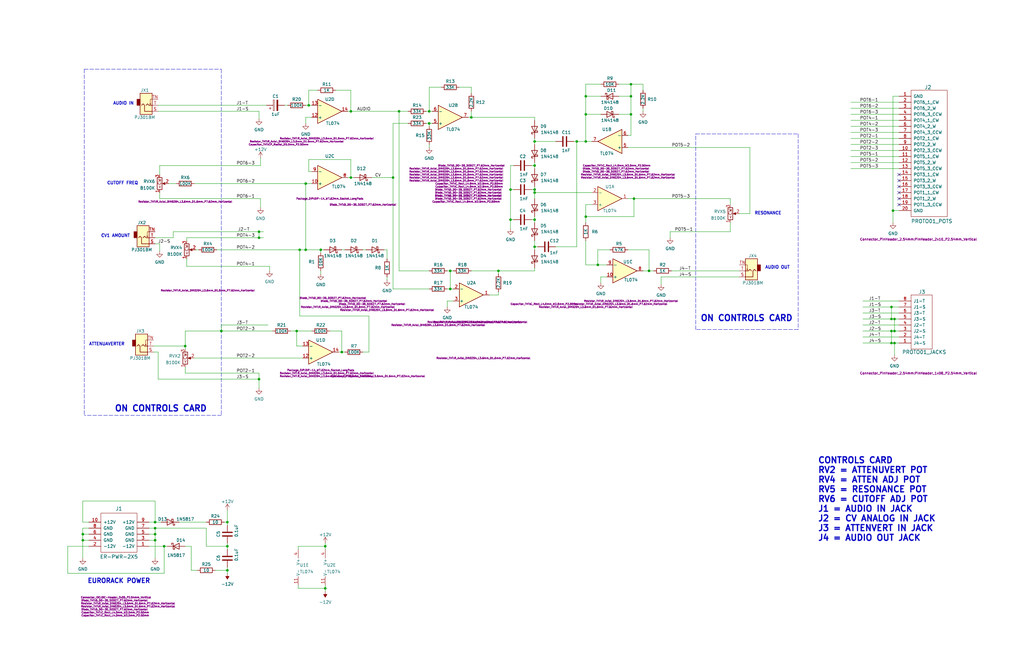
<source format=kicad_sch>
(kicad_sch (version 20211123) (generator eeschema)
  (paper "B")
  (title_block (title "VOLTAGE CONTROLLED FILTER") (date "2023-01-24") (rev "3"))
  (lib_symbols
    (symbol "Amplifier_Operational:TL074" (pin_names (offset 0.127))
      (property "Reference" "U" (at 0 5.08 0))
      (property "Value" "TL074" (at 0 -5.08 0))
      (symbol "TL074_1_1"
        (pin output line (at 7.62 0 180) (length 2.54) (name "~") (number "1"))
        (pin input line (at -7.62 -2.54 0) (length 2.54) (name "-") (number "2"))
        (pin input line (at -7.62 2.54 0) (length 2.54) (name "+") (number "3"))
      )
      (symbol "TL074_2_1"
        (pin input line (at -7.62 2.54 0) (length 2.54) (name "+") (number "5"))
        (pin input line (at -7.62 -2.54 0) (length 2.54) (name "-") (number "6"))
        (pin output line (at 7.62 0 180) (length 2.54) (name "~") (number "7"))
      )
      (symbol "TL074_3_1"
        (pin input line (at -7.62 2.54 0) (length 2.54) (name "+") (number "10"))
        (pin output line (at 7.62 0 180) (length 2.54) (name "~") (number "8"))
        (pin input line (at -7.62 -2.54 0) (length 2.54) (name "-") (number "9"))
      )
      (symbol "TL074_4_1"
        (pin input line (at -7.62 2.54 0) (length 2.54) (name "+") (number "12"))
        (pin input line (at -7.62 -2.54 0) (length 2.54) (name "-") (number "13"))
        (pin output line (at 7.62 0 180) (length 2.54) (name "~") (number "14"))
      )
      (symbol "TL074_5_1"
        (pin power_in line (at -2.54 -7.62 90) (length 3.81) (name "V-") (number "11"))
        (pin power_in line (at -2.54 7.62 270) (length 3.81) (name "V+") (number "4"))
      )
    )
    (symbol "Connector:AudioJack2_SwitchT"
      (property "Reference" "J" (at 0 8.89 0))
      (property "Value" "AudioJack2_SwitchT" (at 0 6.35 0))
      (symbol "AudioJack2_SwitchT_1_1"
        (pin passive line (at 5.08 2.54 180) (length 2.54) (name "~") (number "S"))
        (pin passive line (at 5.08 0 180) (length 2.54) (name "~") (number "T"))
        (pin passive line (at 5.08 -2.54 180) (length 2.54) (name "~") (number "TN"))
      )
    )
    (symbol "Device:C" (pin_numbers hide) (pin_names (offset 0.254))
      (property "Reference" "C" (at 0.635 2.54 0))
      (property "Value" "C" (at 0.635 -2.54 0))
      (symbol "C_1_1"
        (pin passive line (at 0 3.81 270) (length 2.794) (name "~") (number "1"))
        (pin passive line (at 0 -3.81 90) (length 2.794) (name "~") (number "2"))
      )
    )
    (symbol "Device:C_Polarized" (pin_numbers hide) (pin_names (offset 0.254))
      (property "Reference" "C" (at 0.635 2.54 0))
      (property "Value" "C_Polarized" (at 0.635 -2.54 0))
      (symbol "C_Polarized_1_1"
        (pin passive line (at 0 3.81 270) (length 2.794) (name "~") (number "1"))
        (pin passive line (at 0 -3.81 90) (length 2.794) (name "~") (number "2"))
      )
    )
    (symbol "Device:D_Schottky" (pin_numbers hide) (pin_names (offset 1.016) hide)
      (property "Reference" "D" (at 0 2.54 0))
      (property "Value" "D_Schottky" (at 0 -2.54 0))
      (symbol "D_Schottky_1_1"
        (pin passive line (at -3.81 0 0) (length 2.54) (name "K") (number "1"))
        (pin passive line (at 3.81 0 180) (length 2.54) (name "A") (number "2"))
      )
    )
    (symbol "Device:R" (pin_numbers hide) (pin_names (offset 0))
      (property "Reference" "R" (at 2.032 0 90))
      (property "Value" "R" (at 0 0 90))
      (symbol "R_1_1"
        (pin passive line (at 0 3.81 270) (length 1.27) (name "~") (number "1"))
        (pin passive line (at 0 -3.81 90) (length 1.27) (name "~") (number "2"))
      )
    )
    (symbol "LandBoards_Conns:ER-PWR-2X5" (pin_names (offset 1.016))
      (property "Reference" "J" (at 0 10.16 0))
      (property "Value" "ER-PWR-2X5" (at 1.27 -8.89 0))
      (property "Footprint" "Connector_IDC:IDC-Header_2x05_P2.54mm_Vertical" (at 0 -11.43 0))
      (symbol "ER-PWR-2X5_1_1"
        (pin power_out line (at 12.7 -5.08 180) (length 5.08) (name "-12V") (number "1"))
        (pin power_out line (at -12.7 5.08 0) (length 5.08) (name "+12V") (number "10"))
        (pin power_out line (at -12.7 -5.08 0) (length 5.08) (name "-12V") (number "2"))
        (pin power_in line (at 12.7 -2.54 180) (length 5.08) (name "GND") (number "3"))
        (pin power_out line (at -12.7 -2.54 0) (length 5.08) (name "GND") (number "4"))
        (pin power_out line (at 12.7 0 180) (length 5.08) (name "GND") (number "5"))
        (pin power_out line (at -12.7 0 0) (length 5.08) (name "GND") (number "6"))
        (pin power_out line (at 12.7 2.54 180) (length 5.08) (name "GND") (number "7"))
        (pin power_out line (at -12.7 2.54 0) (length 5.08) (name "GND") (number "8"))
        (pin power_out line (at 12.7 5.08 180) (length 5.08) (name "+12V") (number "9"))
      )
    )
    (symbol "LandBoards_Conns:PROTO01_JACKS" (pin_names (offset 1.016))
      (property "Reference" "J" (at 0 12.7 0))
      (property "Value" "PROTO01_JACKS" (at 0 -12.7 0))
      (property "Footprint" "Connector_PinHeader_2.54mm:PinHeader_1x08_P2.54mm_Vertical" (at 0 -16.51 0))
      (symbol "PROTO01_JACKS_1_1"
        (pin passive line (at 8.89 -8.89 180) (length 5.08) (name "J4-S") (number "1"))
        (pin passive line (at 8.89 -6.35 180) (length 5.08) (name "J4-T") (number "2"))
        (pin passive line (at 8.89 -3.81 180) (length 5.08) (name "J2-S") (number "3"))
        (pin passive line (at 8.89 -1.27 180) (length 5.08) (name "J2-T") (number "4"))
        (pin passive line (at 8.89 1.27 180) (length 5.08) (name "J3-S") (number "5"))
        (pin passive line (at 8.89 3.81 180) (length 5.08) (name "J3-T") (number "6"))
        (pin passive line (at 8.89 6.35 180) (length 5.08) (name "J1-S") (number "7"))
        (pin passive line (at 8.89 8.89 180) (length 5.08) (name "J1-T") (number "8"))
      )
    )
    (symbol "LandBoards_Conns:PROTO01_POTS" (pin_names (offset 1.016))
      (property "Reference" "J" (at -1.27 27.94 0))
      (property "Value" "PROTO01_POTS" (at 0 -27.94 0))
      (property "Footprint" "Connector_PinHeader_2.54mm:PinHeader_2x10_P2.54mm_Vertical" (at 0 -33.02 0))
      (symbol "PROTO01_POTS_1_1"
        (pin power_in line (at 11.43 24.13 180) (length 5.08) (name "GND") (number "1"))
        (pin passive line (at 11.43 1.27 180) (length 5.08) (name "POT2_3_CCW") (number "10"))
        (pin passive line (at 11.43 -1.27 180) (length 5.08) (name "POT5_1_CW") (number "11"))
        (pin passive line (at 11.43 -3.81 180) (length 5.08) (name "POT5_2_W") (number "12"))
        (pin passive line (at 11.43 -6.35 180) (length 5.08) (name "POT5_3_CCW") (number "13"))
        (pin passive line (at 11.43 -8.89 180) (length 5.08) (name "POT3_1_CW") (number "14"))
        (pin passive line (at 11.43 -11.43 180) (length 5.08) (name "POT3_2_W") (number "15"))
        (pin passive line (at 11.43 -13.97 180) (length 5.08) (name "POT3_3_CCW") (number "16"))
        (pin passive line (at 11.43 -16.51 180) (length 5.08) (name "POT1_1_CW") (number "17"))
        (pin passive line (at 11.43 -19.05 180) (length 5.08) (name "POT1_2_W") (number "18"))
        (pin passive line (at 11.43 -21.59 180) (length 5.08) (name "POT1_3_CCW") (number "19"))
        (pin passive line (at 11.43 21.59 180) (length 5.08) (name "POT6_1_CW") (number "2"))
        (pin power_in line (at 11.43 -24.13 180) (length 5.08) (name "GND") (number "20"))
        (pin passive line (at 11.43 19.05 180) (length 5.08) (name "POT6_2_W") (number "3"))
        (pin passive line (at 11.43 16.51 180) (length 5.08) (name "POT6_3_CCW") (number "4"))
        (pin passive line (at 11.43 13.97 180) (length 5.08) (name "POT4_1_CW") (number "5"))
        (pin passive line (at 11.43 11.43 180) (length 5.08) (name "POT4_2_W") (number "6"))
        (pin passive line (at 11.43 8.89 180) (length 5.08) (name "POT4_3_CCW") (number "7"))
        (pin passive line (at 11.43 6.35 180) (length 5.08) (name "POT2_1_CW") (number "8"))
        (pin passive line (at 11.43 3.81 180) (length 5.08) (name "POT2_2_W") (number "9"))
      )
    )
    (symbol "LandBoards_Conns:R_Pot_CW_PIN3UP" (pin_names (offset 1.016) hide)
      (property "Reference" "RV" (at -1.27 1.27 0))
      (property "Value" "R_Pot_CW_PIN3UP" (at -1.27 -1.27 0))
      (symbol "R_Pot_CW_PIN3UP_0_0"
        (text "<CW" (at 0 0 900) (effects (font (size 1.27 1.27))))
      )
      (symbol "R_Pot_CW_PIN3UP_1_1"
        (pin passive line (at 0 -3.81 90) (length 1.27) (name "1") (number "1"))
        (pin passive line (at 3.81 0 180) (length 1.27) (name "2") (number "2"))
        (pin passive line (at 0 3.81 270) (length 1.27) (name "3") (number "3"))
      )
    )
    (symbol "power:+12V" (power) (pin_names (offset 0))
      (property "Value" "+12V" (at 0 3.556 0))
      (symbol "+12V_1_1"
        (pin power_in line (at 0 0 90) (length 0) hide (name "+12V") (number "1"))
      )
    )
    (symbol "power:-12V" (power) (pin_names (offset 0))
      (property "Value" "-12V" (at 0 3.81 0))
      (symbol "-12V_0_0"
        (pin power_in line (at 0 0 90) (length 0) hide (name "-12V") (number "1"))
      )
    )
    (symbol "power:GND" (power) (pin_names (offset 0))
      (property "Value" "GND" (at 0 -3.81 0))
      (symbol "GND_1_1"
        (pin power_in line (at 0 0 270) (length 0) hide (name "GND") (number "1"))
      )
    )
  )
  (junction (at 135.255 105.41))
  (junction (at 189.865 121.92))
  (junction (at 147.955 46.99))
  (junction (at 130.175 44.45))
  (junction (at 168.275 46.99))
  (junction (at 210.185 114.3))
  (junction (at 247.015 48.26))
  (junction (at 65.405 227.965))
  (junction (at 377.19 144.78))
  (junction (at 180.975 52.07))
  (junction (at 376.555 88.9))
  (junction (at 65.405 225.425))
  (junction (at 65.405 222.885))
  (junction (at 225.425 81.28))
  (junction (at 225.425 104.14))
  (junction (at 95.885 230.505))
  (junction (at 225.425 69.85))
  (junction (at 252.095 111.76))
  (junction (at 375.92 134.62))
  (junction (at 165.735 74.93))
  (junction (at 95.885 220.345))
  (junction (at 377.19 134.62))
  (junction (at 266.065 40.64))
  (junction (at 95.885 240.665))
  (junction (at 125.095 139.7))
  (junction (at 144.145 148.59))
  (junction (at 247.015 91.44))
  (junction (at 247.015 59.69))
  (junction (at 65.405 220.345))
  (junction (at 34.925 225.425))
  (junction (at 147.955 74.93))
  (junction (at 375.92 144.78))
  (junction (at 267.335 83.82))
  (junction (at 128.905 77.47))
  (junction (at 266.065 48.26))
  (junction (at 109.22 100.33))
  (junction (at 266.065 35.56))
  (junction (at 215.265 92.71))
  (junction (at 375.92 129.54))
  (junction (at 34.925 227.965))
  (junction (at 377.19 139.7))
  (junction (at 225.425 80.01))
  (junction (at 109.22 160.02))
  (junction (at 109.22 97.79))
  (junction (at 375.92 139.7))
  (junction (at 189.865 114.3))
  (junction (at 137.16 230.505))
  (junction (at 247.015 40.64))
  (junction (at 69.215 230.505))
  (junction (at 215.265 80.01))
  (junction (at 198.755 49.53))
  (junction (at 180.975 46.99))
  (junction (at 128.905 105.41))
  (junction (at 78.105 146.05))
  (junction (at 93.345 139.7))
  (junction (at 137.16 248.285))
  (junction (at 225.425 59.69))
  (junction (at 243.205 59.69))
  (junction (at 225.425 92.71))
  (junction (at 273.685 114.3))
  (junction (at 126.365 105.41))
  (no_connect (at 379.095 78.74))
  (no_connect (at 379.095 81.28))
  (no_connect (at 379.095 86.36))
  (no_connect (at 379.095 73.66))
  (no_connect (at 379.095 76.2))
  (no_connect (at 379.095 83.82))
  (polyline (pts (xy 93.345 29.21) (xy 93.345 175.26)))
  (wire (pts (xy 65.405 225.425) (xy 65.405 227.965)))
  (wire (pts (xy 144.145 139.7) (xy 139.065 139.7)))
  (wire (pts (xy 225.425 83.82) (xy 225.425 81.28)))
  (wire (pts (xy 67.31 83.82) (xy 109.855 83.82)))
  (wire (pts (xy 180.975 52.07) (xy 180.975 53.34)))
  (wire (pts (xy 358.775 63.5) (xy 379.095 63.5)))
  (wire (pts (xy 216.535 69.85) (xy 215.265 69.85)))
  (wire (pts (xy 135.255 105.41) (xy 135.255 106.68)))
  (wire (pts (xy 168.275 46.99) (xy 172.085 46.99)))
  (wire (pts (xy 252.095 111.76) (xy 252.095 105.41)))
  (wire (pts (xy 247.015 91.44) (xy 247.015 93.98)))
  (wire (pts (xy 273.685 114.3) (xy 273.685 105.41)))
  (wire (pts (xy 65.405 102.87) (xy 67.31 102.87)))
  (wire (pts (xy 67.31 81.28) (xy 67.31 83.82)))
  (wire (pts (xy 113.665 112.395) (xy 113.665 114.3)))
  (wire (pts (xy 379.095 40.64) (xy 376.555 40.64)))
  (wire (pts (xy 363.855 129.54) (xy 375.92 129.54)))
  (wire (pts (xy 278.765 116.84) (xy 311.785 116.84)))
  (wire (pts (xy 198.755 36.83) (xy 193.675 36.83)))
  (wire (pts (xy 225.425 69.85) (xy 225.425 68.58)))
  (wire (pts (xy 377.19 144.78) (xy 379.095 144.78)))
  (wire (pts (xy 363.855 132.08) (xy 379.095 132.08)))
  (wire (pts (xy 125.095 139.7) (xy 125.095 146.05)))
  (wire (pts (xy 93.345 139.7) (xy 114.935 139.7)))
  (wire (pts (xy 247.015 59.69) (xy 249.555 59.69)))
  (wire (pts (xy 358.775 43.18) (xy 379.095 43.18)))
  (wire (pts (xy 121.285 44.45) (xy 120.015 44.45)))
  (wire (pts (xy 147.955 38.1) (xy 141.605 38.1)))
  (wire (pts (xy 78.74 100.33) (xy 78.74 101.6)))
  (wire (pts (xy 358.775 68.58) (xy 379.095 68.58)))
  (wire (pts (xy 90.805 240.665) (xy 95.885 240.665)))
  (wire (pts (xy 225.425 59.69) (xy 234.315 59.69)))
  (wire (pts (xy 376.555 88.9) (xy 376.555 93.98)))
  (wire (pts (xy 145.415 105.41) (xy 144.145 105.41)))
  (wire (pts (xy 81.915 151.13) (xy 127.635 151.13)))
  (wire (pts (xy 131.445 49.53) (xy 128.905 49.53)))
  (wire (pts (xy 147.955 46.99) (xy 147.955 38.1)))
  (wire (pts (xy 180.975 46.99) (xy 182.245 46.99)))
  (wire (pts (xy 62.865 220.345) (xy 65.405 220.345)))
  (wire (pts (xy 358.775 60.96) (xy 379.095 60.96)))
  (wire (pts (xy 130.175 72.39) (xy 131.445 72.39)))
  (wire (pts (xy 247.015 35.56) (xy 253.365 35.56)))
  (wire (pts (xy 69.215 230.505) (xy 70.485 230.505)))
  (wire (pts (xy 34.925 227.965) (xy 37.465 227.965)))
  (wire (pts (xy 109.22 160.02) (xy 109.22 157.48)))
  (wire (pts (xy 358.775 48.26) (xy 379.095 48.26)))
  (wire (pts (xy 198.755 46.99) (xy 198.755 49.53)))
  (wire (pts (xy 137.16 248.285) (xy 125.73 248.285)))
  (wire (pts (xy 273.685 114.3) (xy 275.59 114.3)))
  (wire (pts (xy 95.885 215.265) (xy 95.885 220.345)))
  (wire (pts (xy 125.095 139.7) (xy 131.445 139.7)))
  (wire (pts (xy 358.775 58.42) (xy 379.095 58.42)))
  (wire (pts (xy 67.31 69.85) (xy 109.855 69.85)))
  (wire (pts (xy 66.675 148.59) (xy 66.675 160.02)))
  (wire (pts (xy 93.345 137.16) (xy 113.03 137.16)))
  (wire (pts (xy 198.755 114.3) (xy 210.185 114.3)))
  (wire (pts (xy 358.775 55.88) (xy 379.095 55.88)))
  (wire (pts (xy 189.865 114.3) (xy 191.135 114.3)))
  (wire (pts (xy 95.885 230.505) (xy 95.885 229.235)))
  (wire (pts (xy 307.975 83.82) (xy 307.975 86.36)))
  (wire (pts (xy 358.775 66.04) (xy 379.095 66.04)))
  (wire (pts (xy 125.73 230.505) (xy 137.16 230.505)))
  (wire (pts (xy 282.575 97.79) (xy 282.575 100.33)))
  (wire (pts (xy 144.145 148.59) (xy 145.415 148.59)))
  (wire (pts (xy 137.16 249.555) (xy 137.16 248.285)))
  (wire (pts (xy 260.985 48.26) (xy 266.065 48.26)))
  (wire (pts (xy 225.425 92.71) (xy 225.425 91.44)))
  (wire (pts (xy 34.925 225.425) (xy 37.465 225.425)))
  (wire (pts (xy 78.105 154.94) (xy 78.105 157.48)))
  (wire (pts (xy 266.065 35.56) (xy 271.145 35.56)))
  (wire (pts (xy 109.22 97.79) (xy 111.125 97.79)))
  (wire (pts (xy 155.575 148.59) (xy 155.575 133.35)))
  (polyline (pts (xy 293.37 56.515) (xy 336.55 56.515)))
  (wire (pts (xy 260.985 40.64) (xy 266.065 40.64)))
  (wire (pts (xy 225.425 71.12) (xy 225.425 69.85)))
  (wire (pts (xy 358.775 53.34) (xy 379.095 53.34)))
  (wire (pts (xy 172.085 52.07) (xy 165.735 52.07)))
  (wire (pts (xy 375.92 144.78) (xy 377.19 144.78)))
  (wire (pts (xy 71.12 77.47) (xy 74.295 77.47)))
  (wire (pts (xy 78.105 146.05) (xy 78.105 147.32)))
  (wire (pts (xy 316.23 90.17) (xy 316.23 62.23)))
  (wire (pts (xy 247.015 101.6) (xy 247.015 111.76)))
  (wire (pts (xy 130.175 44.45) (xy 130.175 38.1)))
  (wire (pts (xy 179.705 46.99) (xy 180.975 46.99)))
  (wire (pts (xy 375.92 129.54) (xy 375.92 134.62)))
  (wire (pts (xy 210.185 114.3) (xy 210.185 115.57)))
  (wire (pts (xy 95.885 220.345) (xy 95.885 221.615)))
  (wire (pts (xy 266.065 35.56) (xy 260.985 35.56)))
  (wire (pts (xy 179.705 52.07) (xy 180.975 52.07)))
  (wire (pts (xy 180.975 62.23) (xy 180.975 60.96)))
  (wire (pts (xy 128.905 105.41) (xy 126.365 105.41)))
  (wire (pts (xy 65.405 211.455) (xy 65.405 220.345)))
  (wire (pts (xy 94.615 220.345) (xy 95.885 220.345)))
  (wire (pts (xy 135.255 105.41) (xy 136.525 105.41)))
  (wire (pts (xy 75.565 220.345) (xy 86.995 220.345)))
  (wire (pts (xy 247.015 86.36) (xy 247.015 91.44)))
  (wire (pts (xy 247.015 40.64) (xy 247.015 35.56)))
  (wire (pts (xy 197.485 49.53) (xy 198.755 49.53)))
  (wire (pts (xy 69.215 241.935) (xy 69.215 230.505)))
  (wire (pts (xy 215.265 80.01) (xy 215.265 92.71)))
  (wire (pts (xy 377.19 134.62) (xy 377.19 139.7)))
  (wire (pts (xy 215.265 80.01) (xy 216.535 80.01)))
  (wire (pts (xy 82.55 105.41) (xy 83.82 105.41)))
  (wire (pts (xy 146.685 46.99) (xy 147.955 46.99)))
  (wire (pts (xy 130.175 44.45) (xy 128.905 44.45)))
  (wire (pts (xy 155.575 133.35) (xy 126.365 133.35)))
  (wire (pts (xy 358.775 71.12) (xy 379.095 71.12)))
  (wire (pts (xy 86.995 230.505) (xy 95.885 230.505)))
  (wire (pts (xy 34.925 225.425) (xy 34.925 227.965)))
  (wire (pts (xy 153.035 148.59) (xy 155.575 148.59)))
  (wire (pts (xy 78.105 139.7) (xy 78.105 146.05)))
  (wire (pts (xy 311.785 90.17) (xy 316.23 90.17)))
  (wire (pts (xy 375.92 134.62) (xy 377.19 134.62)))
  (wire (pts (xy 363.855 144.78) (xy 375.92 144.78)))
  (wire (pts (xy 28.575 230.505) (xy 28.575 241.935)))
  (wire (pts (xy 267.335 83.82) (xy 307.975 83.82)))
  (wire (pts (xy 65.405 222.885) (xy 86.995 222.885)))
  (wire (pts (xy 137.16 229.235) (xy 137.16 230.505)))
  (wire (pts (xy 109.22 160.02) (xy 66.675 160.02)))
  (wire (pts (xy 65.405 220.345) (xy 67.945 220.345)))
  (wire (pts (xy 78.105 230.505) (xy 80.645 230.505)))
  (wire (pts (xy 266.065 48.26) (xy 266.065 57.15)))
  (wire (pts (xy 264.795 62.23) (xy 316.23 62.23)))
  (wire (pts (xy 78.74 100.33) (xy 109.22 100.33)))
  (wire (pts (xy 95.885 240.665) (xy 95.885 241.935)))
  (wire (pts (xy 168.275 114.3) (xy 180.975 114.3)))
  (wire (pts (xy 224.155 80.01) (xy 225.425 80.01)))
  (wire (pts (xy 62.865 225.425) (xy 65.405 225.425)))
  (wire (pts (xy 225.425 60.96) (xy 225.425 59.69)))
  (wire (pts (xy 267.335 91.44) (xy 267.335 83.82)))
  (wire (pts (xy 377.19 144.78) (xy 377.19 149.86)))
  (wire (pts (xy 86.995 222.885) (xy 86.995 230.505)))
  (wire (pts (xy 225.425 101.6) (xy 225.425 104.14)))
  (wire (pts (xy 130.175 67.31) (xy 147.955 67.31)))
  (wire (pts (xy 247.015 111.76) (xy 252.095 111.76)))
  (wire (pts (xy 144.145 148.59) (xy 144.145 139.7)))
  (wire (pts (xy 363.855 142.24) (xy 379.095 142.24)))
  (wire (pts (xy 156.845 74.93) (xy 165.735 74.93)))
  (polyline (pts (xy 35.56 29.21) (xy 93.345 29.21)))
  (wire (pts (xy 147.955 67.31) (xy 147.955 74.93)))
  (wire (pts (xy 142.875 148.59) (xy 144.145 148.59)))
  (wire (pts (xy 224.155 92.71) (xy 225.425 92.71)))
  (wire (pts (xy 37.465 222.885) (xy 34.925 222.885)))
  (wire (pts (xy 283.21 114.3) (xy 311.785 114.3)))
  (wire (pts (xy 247.015 59.69) (xy 247.015 48.26)))
  (wire (pts (xy 65.405 227.965) (xy 65.405 235.585)))
  (wire (pts (xy 146.685 74.93) (xy 147.955 74.93)))
  (wire (pts (xy 266.065 40.64) (xy 266.065 35.56)))
  (wire (pts (xy 168.275 46.99) (xy 168.275 114.3)))
  (wire (pts (xy 225.425 93.98) (xy 225.425 92.71)))
  (wire (pts (xy 189.865 121.92) (xy 191.135 121.92)))
  (wire (pts (xy 80.645 230.505) (xy 80.645 240.665)))
  (wire (pts (xy 137.16 248.285) (xy 137.16 247.015)))
  (wire (pts (xy 215.265 92.71) (xy 216.535 92.71)))
  (wire (pts (xy 375.92 129.54) (xy 379.095 129.54)))
  (wire (pts (xy 78.74 112.395) (xy 113.665 112.395)))
  (wire (pts (xy 266.065 57.15) (xy 264.795 57.15)))
  (wire (pts (xy 247.015 48.26) (xy 253.365 48.26)))
  (wire (pts (xy 188.595 121.92) (xy 189.865 121.92)))
  (wire (pts (xy 125.73 248.285) (xy 125.73 247.015)))
  (wire (pts (xy 363.855 139.7) (xy 375.92 139.7)))
  (wire (pts (xy 64.77 146.05) (xy 78.105 146.05)))
  (wire (pts (xy 376.555 88.9) (xy 379.095 88.9)))
  (wire (pts (xy 28.575 241.935) (xy 69.215 241.935)))
  (wire (pts (xy 163.195 118.11) (xy 163.195 116.84)))
  (wire (pts (xy 188.595 127) (xy 188.595 129.54)))
  (wire (pts (xy 95.885 239.395) (xy 95.885 240.665)))
  (wire (pts (xy 225.425 81.28) (xy 225.425 80.01)))
  (polyline (pts (xy 35.56 29.21) (xy 35.56 175.26)))
  (wire (pts (xy 128.905 49.53) (xy 128.905 52.07)))
  (wire (pts (xy 247.015 91.44) (xy 267.335 91.44)))
  (polyline (pts (xy 336.55 56.515) (xy 336.55 139.065)))
  (wire (pts (xy 225.425 80.01) (xy 225.425 78.74)))
  (wire (pts (xy 225.425 104.14) (xy 226.695 104.14)))
  (wire (pts (xy 130.175 38.1) (xy 133.985 38.1)))
  (wire (pts (xy 34.925 211.455) (xy 34.925 220.345)))
  (wire (pts (xy 225.425 81.28) (xy 249.555 81.28)))
  (wire (pts (xy 198.755 36.83) (xy 198.755 39.37)))
  (wire (pts (xy 62.865 222.885) (xy 65.405 222.885)))
  (wire (pts (xy 67.31 69.85) (xy 67.31 73.66)))
  (wire (pts (xy 131.445 44.45) (xy 130.175 44.45)))
  (wire (pts (xy 109.22 100.33) (xy 111.125 100.33)))
  (wire (pts (xy 34.925 222.885) (xy 34.925 225.425)))
  (wire (pts (xy 78.105 157.48) (xy 109.22 157.48)))
  (polyline (pts (xy 293.37 139.065) (xy 293.37 56.515)))
  (wire (pts (xy 363.855 134.62) (xy 375.92 134.62)))
  (polyline (pts (xy 336.55 139.065) (xy 293.37 139.065)))
  (wire (pts (xy 253.365 116.84) (xy 255.905 116.84)))
  (wire (pts (xy 375.92 139.7) (xy 377.19 139.7)))
  (wire (pts (xy 271.145 45.72) (xy 271.145 46.99)))
  (wire (pts (xy 271.145 35.56) (xy 271.145 38.1)))
  (wire (pts (xy 241.935 59.69) (xy 243.205 59.69)))
  (wire (pts (xy 252.095 111.76) (xy 255.905 111.76)))
  (wire (pts (xy 147.955 46.99) (xy 168.275 46.99)))
  (wire (pts (xy 78.74 109.22) (xy 78.74 112.395)))
  (wire (pts (xy 247.015 40.64) (xy 253.365 40.64)))
  (wire (pts (xy 252.095 105.41) (xy 257.175 105.41)))
  (wire (pts (xy 377.19 139.7) (xy 379.095 139.7)))
  (wire (pts (xy 224.155 69.85) (xy 225.425 69.85)))
  (wire (pts (xy 206.375 124.46) (xy 210.185 124.46)))
  (wire (pts (xy 247.015 48.26) (xy 247.015 40.64)))
  (wire (pts (xy 109.22 46.99) (xy 109.22 50.165)))
  (wire (pts (xy 109.855 83.82) (xy 109.855 87.63)))
  (wire (pts (xy 73.025 97.79) (xy 109.22 97.79)))
  (wire (pts (xy 225.425 104.14) (xy 225.425 105.41)))
  (wire (pts (xy 161.925 105.41) (xy 163.195 105.41)))
  (wire (pts (xy 125.73 231.775) (xy 125.73 230.505)))
  (wire (pts (xy 267.335 83.82) (xy 264.795 83.82)))
  (wire (pts (xy 307.975 97.79) (xy 282.575 97.79)))
  (wire (pts (xy 253.365 119.38) (xy 253.365 116.84)))
  (wire (pts (xy 180.975 52.07) (xy 182.245 52.07)))
  (wire (pts (xy 271.145 114.3) (xy 273.685 114.3)))
  (wire (pts (xy 376.555 40.64) (xy 376.555 88.9)))
  (wire (pts (xy 62.865 227.965) (xy 65.405 227.965)))
  (wire (pts (xy 62.865 230.505) (xy 69.215 230.505)))
  (wire (pts (xy 165.735 121.92) (xy 180.975 121.92)))
  (wire (pts (xy 180.975 36.83) (xy 186.055 36.83)))
  (wire (pts (xy 126.365 133.35) (xy 126.365 105.41)))
  (wire (pts (xy 109.22 97.79) (xy 109.22 100.33)))
  (wire (pts (xy 147.955 74.93) (xy 149.225 74.93)))
  (wire (pts (xy 73.025 100.33) (xy 65.405 100.33)))
  (wire (pts (xy 191.135 127) (xy 188.595 127)))
  (wire (pts (xy 210.185 124.46) (xy 210.185 123.19)))
  (wire (pts (xy 66.675 44.45) (xy 112.395 44.45)))
  (wire (pts (xy 122.555 139.7) (xy 125.095 139.7)))
  (wire (pts (xy 66.675 46.99) (xy 109.22 46.99)))
  (wire (pts (xy 34.925 211.455) (xy 65.405 211.455)))
  (wire (pts (xy 215.265 69.85) (xy 215.265 80.01)))
  (wire (pts (xy 375.92 139.7) (xy 375.92 144.78)))
  (wire (pts (xy 278.765 116.84) (xy 278.765 120.015)))
  (wire (pts (xy 165.735 52.07) (xy 165.735 74.93)))
  (wire (pts (xy 125.095 146.05) (xy 127.635 146.05)))
  (wire (pts (xy 225.425 49.53) (xy 225.425 50.8)))
  (wire (pts (xy 64.77 148.59) (xy 66.675 148.59)))
  (wire (pts (xy 28.575 230.505) (xy 37.465 230.505)))
  (wire (pts (xy 165.735 74.93) (xy 165.735 121.92)))
  (wire (pts (xy 188.595 114.3) (xy 189.865 114.3)))
  (wire (pts (xy 273.685 105.41) (xy 264.795 105.41)))
  (wire (pts (xy 180.975 46.99) (xy 180.975 36.83)))
  (wire (pts (xy 128.905 77.47) (xy 131.445 77.47)))
  (wire (pts (xy 189.865 114.3) (xy 189.865 121.92)))
  (wire (pts (xy 126.365 105.41) (xy 91.44 105.41)))
  (wire (pts (xy 109.22 163.83) (xy 109.22 160.02)))
  (polyline (pts (xy 93.345 175.26) (xy 35.56 175.26)))
  (wire (pts (xy 128.905 77.47) (xy 128.905 105.41)))
  (wire (pts (xy 73.025 97.79) (xy 73.025 100.33)))
  (wire (pts (xy 34.925 227.965) (xy 34.925 235.585)))
  (wire (pts (xy 78.105 139.7) (xy 93.345 139.7)))
  (wire (pts (xy 65.405 222.885) (xy 65.405 225.425)))
  (wire (pts (xy 363.855 127) (xy 379.095 127)))
  (wire (pts (xy 307.975 93.98) (xy 307.975 97.79)))
  (wire (pts (xy 363.855 137.16) (xy 379.095 137.16)))
  (wire (pts (xy 81.915 77.47) (xy 128.905 77.47)))
  (wire (pts (xy 210.185 114.3) (xy 225.425 114.3)))
  (wire (pts (xy 243.205 59.69) (xy 243.205 104.14)))
  (wire (pts (xy 249.555 86.36) (xy 247.015 86.36)))
  (wire (pts (xy 215.265 92.71) (xy 215.265 96.52)))
  (wire (pts (xy 154.305 105.41) (xy 153.035 105.41)))
  (wire (pts (xy 377.19 134.62) (xy 379.095 134.62)))
  (wire (pts (xy 109.855 66.675) (xy 109.855 69.85)))
  (wire (pts (xy 95.885 230.505) (xy 95.885 231.775)))
  (wire (pts (xy 266.065 48.26) (xy 266.065 40.64)))
  (wire (pts (xy 80.645 240.665) (xy 83.185 240.665)))
  (wire (pts (xy 128.905 105.41) (xy 135.255 105.41)))
  (wire (pts (xy 163.195 105.41) (xy 163.195 109.22)))
  (wire (pts (xy 93.345 139.7) (xy 93.345 137.16)))
  (wire (pts (xy 243.205 59.69) (xy 247.015 59.69)))
  (wire (pts (xy 135.255 115.57) (xy 135.255 114.3)))
  (wire (pts (xy 225.425 59.69) (xy 225.425 58.42)))
  (wire (pts (xy 137.16 230.505) (xy 137.16 231.775)))
  (wire (pts (xy 358.775 45.72) (xy 379.095 45.72)))
  (wire (pts (xy 130.175 72.39) (xy 130.175 67.31)))
  (wire (pts (xy 37.465 220.345) (xy 34.925 220.345)))
  (wire (pts (xy 67.31 102.87) (xy 67.31 106.045)))
  (wire (pts (xy 243.205 104.14) (xy 234.315 104.14)))
  (wire (pts (xy 225.425 114.3) (xy 225.425 113.03)))
  (wire (pts (xy 198.755 49.53) (xy 225.425 49.53)))
  (wire (pts (xy 358.775 50.8) (xy 379.095 50.8)))
  (text "AUDIO OUT" (at 322.58 113.665 0) (effects (font (size 1.27 1.27) (thickness 0.254) bold) (justify left bottom)))
  (text "ON CONTROLS CARD" (at 295.275 135.89 0) (effects (font (size 2.54 2.54) (thickness 0.508) bold) (justify left bottom)))
  (text "RESONANCE" (at 318.135 90.805 0) (effects (font (size 1.27 1.27) (thickness 0.254) bold) (justify left bottom)))
  (text "ATTENUAVERTER" (at 37.465 146.05 0) (effects (font (size 1.27 1.27) (thickness 0.254) bold) (justify left bottom)))
  (text "CUTOFF FREQ" (at 45.085 78.105 0) (effects (font (size 1.27 1.27) (thickness 0.254) bold) (justify left bottom)))
  (text "AUDIO IN" (at 47.625 44.45 0) (effects (font (size 1.27 1.27) (thickness 0.254) bold) (justify left bottom)))
  (text "CV1 AMOUNT" (at 42.545 100.33 0) (effects (font (size 1.27 1.27) (thickness 0.254) bold) (justify left bottom)))
  (text "ON CONTROLS CARD" (at 48.26 173.99 0) (effects (font (size 2.54 2.54) (thickness 0.508) bold) (justify left bottom)))
  (text "EURORACK POWER" (at 36.83 246.38 0) (effects (font (size 1.905 1.905) (thickness 0.381) bold) (justify left bottom)))
  (text "CONTROLS CARD\nRV2 = ATTENUVERT POT\nRV4 = ATTEN ADJ POT\nRV5 = RESONANCE POT\nRV6 = CUTOFF ADJ POT\nJ1 = AUDIO IN JACK\nJ2 = CV ANALOG IN JACK\nJ3 = ATTENVERT IN JACK\nJ4 = AUDIO OUT JACK" (at 344.805 228.6 0) (effects (font (size 2.54 2.54) (thickness 0.508) bold) (justify left bottom)))
  (label "POT6-2" (at 99.695 77.47 0))
  (label "J4-T" (at 286.385 114.3 0))
  (label "POT4-3" (at 362.585 55.88 0))
  (label "POT2-2" (at 362.585 60.96 0))
  (label "J4-S" (at 366.395 144.78 0))
  (label "POT6-3" (at 362.585 48.26 0))
  (label "POT4-2" (at 99.695 105.41 0))
  (label "POT6-2" (at 362.585 45.72 0))
  (label "POT4-3" (at 99.695 100.33 0))
  (label "POT5-2" (at 283.21 62.23 0))
  (label "J1-S" (at 99.695 46.99 0))
  (label "AUDIO" (at 150.495 46.99 0))
  (label "J2-T" (at 100.33 97.79 0))
  (label "POT4-2" (at 362.585 53.34 0))
  (label "J2-T" (at 366.395 137.16 0))
  (label "POT5-2" (at 362.585 68.58 0))
  (label "J1-T" (at 366.395 127 0))
  (label "J3-S" (at 99.695 160.02 0))
  (label "J3-T" (at 99.695 137.16 0))
  (label "POT2-1" (at 362.585 58.42 0))
  (label "POT2-3" (at 362.585 63.5 0))
  (label "POT2-3" (at 99.695 139.7 0))
  (label "J3-S" (at 366.395 134.62 0))
  (label "CV" (at 158.115 74.93 0))
  (label "POT4-1" (at 99.695 112.395 0))
  (label "POT6-1" (at 362.585 43.18 0))
  (label "J4-S" (at 286.385 116.84 0))
  (label "J1-T" (at 99.695 44.45 0))
  (label "J2-S" (at 66.675 102.87 0))
  (label "J4-T" (at 366.395 142.24 0))
  (label "POT5-3" (at 283.21 83.82 0))
  (label "POT2-1" (at 99.695 157.48 0))
  (label "POT4-1" (at 362.585 50.8 0))
  (label "POT5-3" (at 362.585 71.12 0))
  (label "J2-S" (at 366.395 139.7 0))
  (label "POT6-1" (at 99.695 83.82 0))
  (label "POT5-1" (at 284.48 97.79 0))
  (label "POT6-3" (at 99.695 69.85 0))
  (label "POT5-1" (at 362.585 66.04 0))
  (label "J3-T" (at 366.395 132.08 0))
  (label "POT2-2" (at 99.695 151.13 0))
  (label "J1-S" (at 366.395 129.54 0))
  (symbol (lib_id "Device:D_Schottky") (at 74.295 230.505 0) (unit 1)
    (property "Reference" "D14" (at 74.295 227.965 0) (effects (justify left)))
    (property "Value" "1N5817" (at 70.485 234.315 0) (effects (justify left)))
    (property "Footprint" "Diode_THT:D_DO-35_SOD27_P7.62mm_Horizontal" (at 48.26 253.365 0) (effects (font (size 0.762 0.762))))
  )
  (symbol (lib_id "Device:R") (at 125.095 44.45 90) (unit 1)
    (property "Reference" "R20" (at 125.095 41.91 90))
    (property "Value" "100K" (at 125.095 44.45 90))
    (property "Footprint" "Resistor_THT:R_Axial_DIN0204_L3.6mm_D1.6mm_P7.62mm_Horizontal" (at 125.095 59.69 90) (effects (font (size 0.762 0.762))))
  )
  (symbol (lib_id "power:+12V") (at 109.855 66.675 0) (unit 1)
    (property "Reference" "#PWR0110" (effects hide))
    (property "Value" "+12V" (at 109.855 63.0705 0))
  )
  (symbol (lib_id "Device:D_Schottky") (at 153.035 74.93 180) (unit 1)
    (property "Reference" "D12" (at 154.305 71.12 0) (effects (justify left)))
    (property "Value" "1N4148" (at 156.845 77.47 0) (effects (justify left)))
    (property "Footprint" "Diode_THT:D_DO-35_SOD27_P7.62mm_Horizontal" (at 153.035 86.36 0) (effects (font (size 0.762 0.762))))
  )
  (symbol (lib_id "Device:R") (at 78.105 77.47 90) (unit 1) (on_board no)
    (property "Reference" "RX6" (at 78.105 74.93 90))
    (property "Value" "100K" (at 78.105 77.47 90))
    (property "Footprint" "Resistor_THT:R_Axial_DIN0204_L3.6mm_D1.6mm_P7.62mm_Horizontal" (at 78.105 85.09 90) (effects (font (size 0.762 0.762))))
  )
  (symbol (lib_id "Device:R") (at 118.745 139.7 90) (unit 1)
    (property "Reference" "R21" (at 118.745 137.16 90))
    (property "Value" "100K" (at 118.745 139.7 90))
    (property "Footprint" "Resistor_THT:R_Axial_DIN0204_L3.6mm_D1.6mm_P7.62mm_Horizontal" (at 137.795 158.75 90) (effects (font (size 0.762 0.762))))
  )
  (symbol (lib_id "Device:D_Schottky") (at 257.175 48.26 180) (unit 1)
    (property "Reference" "D10" (at 258.445 45.72 0) (effects (justify left)))
    (property "Value" "1N4148" (at 260.985 50.8 0) (effects (justify left)))
    (property "Footprint" "Diode_THT:D_DO-35_SOD27_P7.62mm_Horizontal" (at 259.715 71.12 0) (effects (font (size 0.762 0.762))))
  )
  (symbol (lib_id "Device:R") (at 210.185 119.38 180) (unit 1)
    (property "Reference" "R19" (at 213.995 119.38 0))
    (property "Value" "2.2K" (at 210.185 119.38 90))
    (property "Footprint" "Resistor_THT:R_Axial_DIN0204_L3.6mm_D1.6mm_P7.62mm_Horizontal" (at 203.835 151.13 0) (effects (font (size 0.762 0.762))))
  )
  (symbol (lib_id "Device:D_Schottky") (at 225.425 74.93 90) (unit 1)
    (property "Reference" "D7" (at 230.505 73.66 90) (effects (justify left)))
    (property "Value" "1N4148" (at 235.585 76.2 90) (effects (justify left)))
    (property "Footprint" "Diode_THT:D_DO-35_SOD27_P7.62mm_Horizontal" (at 197.485 81.28 90) (effects (font (size 0.762 0.762))))
  )
  (symbol (lib_id "Device:R") (at 247.015 97.79 180) (unit 1)
    (property "Reference" "R6" (at 250.825 97.79 0))
    (property "Value" "1K" (at 247.015 97.79 90))
    (property "Footprint" "Resistor_THT:R_Axial_DIN0204_L3.6mm_D1.6mm_P7.62mm_Horizontal" (at 247.015 129.54 0) (effects (font (size 0.762 0.762))))
  )
  (symbol (lib_id "LandBoards_Conns:R_Pot_CW_PIN3UP") (at 67.31 77.47 0) (unit 1) (in_bom no) (on_board no)
    (property "Reference" "RVX6" (at 65.4145 76.5615 0) (effects (justify right)))
    (property "Value" "B100K" (at 65.4145 79.3366 0) (effects (justify right)))
  )
  (symbol (lib_id "Device:C") (at 230.505 104.14 270) (unit 1)
    (property "Reference" "C12" (at 231.775 101.6 90) (effects (justify left)))
    (property "Value" "1nF" (at 231.775 106.68 90) (effects (justify left)))
    (property "Footprint" "Capacitor_THT:C_Rect_L4.0mm_W2.5mm_P2.50mm" (at 215.265 128.27 90) (effects (font (size 0.762 0.762)) (justify left)))
  )
  (symbol (lib_id "Device:C") (at 220.345 69.85 270) (unit 1)
    (property "Reference" "C2" (at 219.075 66.04 90) (effects (justify left)))
    (property "Value" "1nF" (at 219.075 73.66 90) (effects (justify left)))
    (property "Footprint" "Capacitor_THT:C_Rect_L4.0mm_W2.5mm_P2.50mm" (at 183.515 78.74 90) (effects (font (size 0.762 0.762)) (justify left)))
  )
  (symbol (lib_id "Device:D_Schottky") (at 140.335 105.41 180) (unit 1)
    (property "Reference" "D3" (at 141.605 101.6 0) (effects (justify left)))
    (property "Value" "1N4148" (at 144.145 107.95 0) (effects (justify left)))
    (property "Footprint" "Diode_THT:D_DO-35_SOD27_P7.62mm_Horizontal" (at 140.335 125.73 0) (effects (font (size 0.762 0.762))))
  )
  (symbol (lib_id "power:GND") (at 65.405 235.585 0) (unit 1)
    (property "Reference" "#PWR0108" (effects hide))
    (property "Value" "GND" (at 65.405 240.1475 0))
  )
  (symbol (lib_id "power:+12V") (at 137.16 229.235 0) (unit 1)
    (property "Reference" "#PWR0118" (effects hide))
    (property "Value" "+12V" (at 137.16 225.6305 0))
  )
  (symbol (lib_id "Device:R") (at 260.985 105.41 90) (unit 1)
    (property "Reference" "R5" (at 260.985 102.87 90))
    (property "Value" "47K" (at 260.985 105.41 90))
    (property "Footprint" "Resistor_THT:R_Axial_DIN0204_L3.6mm_D1.6mm_P7.62mm_Horizontal" (at 266.065 127 90) (effects (font (size 0.762 0.762))))
  )
  (symbol (lib_id "Amplifier_Operational:TL074") (at 189.865 49.53 0) (mirror x) (unit 2)
    (property "Reference" "U2" (at 191.135 44.45 0))
    (property "Value" "TL074" (at 191.135 54.61 0))
    (property "Datasheet" "http://www.ti.com/lit/ds/symlink/tl071.pdf" (effects hide))
  )
  (symbol (lib_id "power:+12V") (at 95.885 215.265 0) (unit 1)
    (property "Reference" "#PWR0115" (effects hide))
    (property "Value" "+12V" (at 95.885 211.6605 0))
  )
  (symbol (lib_id "Device:R") (at 163.195 113.03 180) (unit 1)
    (property "Reference" "R8" (at 159.385 113.03 0))
    (property "Value" "1K" (at 163.195 113.03 90))
    (property "Footprint" "Resistor_THT:R_Axial_DIN0204_L3.6mm_D1.6mm_P7.62mm_Horizontal" (at 163.195 130.81 0) (effects (font (size 0.762 0.762))))
  )
  (symbol (lib_id "Device:R") (at 175.895 46.99 90) (unit 1)
    (property "Reference" "R14" (at 175.895 44.45 90))
    (property "Value" "33K" (at 175.895 46.99 90))
    (property "Footprint" "Resistor_THT:R_Axial_DIN0204_L3.6mm_D1.6mm_P7.62mm_Horizontal" (at 192.405 71.12 90) (effects (font (size 0.762 0.762))))
  )
  (symbol (lib_id "Device:D_Schottky") (at 225.425 54.61 90) (unit 1)
    (property "Reference" "D9" (at 230.505 53.34 90) (effects (justify left)))
    (property "Value" "1N4148" (at 235.585 55.88 90) (effects (justify left)))
    (property "Footprint" "Diode_THT:D_DO-35_SOD27_P7.62mm_Horizontal" (at 198.755 69.85 90) (effects (font (size 0.762 0.762))))
  )
  (symbol (lib_id "Device:R") (at 279.4 114.3 270) (unit 1)
    (property "Reference" "R2" (at 279.4 111.76 90))
    (property "Value" "1K" (at 279.4 114.3 90))
    (property "Footprint" "Resistor_THT:R_Axial_DIN0204_L3.6mm_D1.6mm_P7.62mm_Horizontal" (at 261.62 128.27 90) (effects (font (size 0.762 0.762))))
  )
  (symbol (lib_id "Connector:AudioJack2_SwitchT") (at 316.865 114.3 180) (unit 1) (in_bom no) (on_board no)
    (property "Reference" "JX4" (at 315.595 107.95 0) (effects (justify right)))
    (property "Value" "PJ301BM" (at 313.055 119.38 0) (effects (justify right)))
  )
  (symbol (lib_id "Amplifier_Operational:TL074") (at 198.755 124.46 0) (mirror x) (unit 1)
    (property "Reference" "U2" (at 198.755 119.38 0))
    (property "Value" "TL074" (at 198.755 129.54 0))
    (property "Datasheet" "http://www.ti.com/lit/ds/symlink/tl071.pdf" (effects hide))
  )
  (symbol (lib_id "Amplifier_Operational:TL074") (at 257.175 83.82 0) (mirror x) (unit 1)
    (property "Reference" "U1" (at 257.175 78.74 0))
    (property "Value" "TL074" (at 257.175 88.9 0))
    (property "Footprint" "Package_DIP:DIP-14_W7.62mm_Socket_LongPads" (effects hide))
    (property "Datasheet" "http://www.ti.com/lit/ds/symlink/tl071.pdf" (effects hide))
  )
  (symbol (lib_id "power:GND") (at 109.22 50.165 0) (unit 1)
    (property "Reference" "#PWR0105" (effects hide))
    (property "Value" "GND" (at 109.22 54.7275 0))
  )
  (symbol (lib_id "power:GND") (at 376.555 93.98 0) (unit 1)
    (property "Reference" "#PWR0101" (effects hide))
    (property "Value" "GND" (at 376.555 98.5425 0))
  )
  (symbol (lib_id "power:GND") (at 253.365 119.38 0) (unit 1)
    (property "Reference" "#PWR0104" (effects hide))
    (property "Value" "GND" (at 253.365 123.9425 0))
  )
  (symbol (lib_id "power:GND") (at 109.22 163.83 0) (unit 1)
    (property "Reference" "#PWR0116" (effects hide))
    (property "Value" "GND" (at 109.22 168.3925 0))
  )
  (symbol (lib_id "Device:R") (at 271.145 41.91 180) (unit 1)
    (property "Reference" "R10" (at 274.955 41.91 0))
    (property "Value" "2.2K" (at 271.145 41.91 90))
    (property "Footprint" "Resistor_THT:R_Axial_DIN0204_L3.6mm_D1.6mm_P7.62mm_Horizontal" (at 264.795 73.66 0) (effects (font (size 0.762 0.762))))
  )
  (symbol (lib_id "power:GND") (at 135.255 115.57 0) (unit 1)
    (property "Reference" "#PWR0119" (effects hide))
    (property "Value" "GND" (at 135.255 120.1325 0))
  )
  (symbol (lib_id "Device:R") (at 135.255 110.49 180) (unit 1)
    (property "Reference" "R1" (at 131.445 110.49 0))
    (property "Value" "10K" (at 135.255 110.49 90))
    (property "Footprint" "Resistor_THT:R_Axial_DIN0204_L3.6mm_D1.6mm_P7.62mm_Horizontal" (at 146.685 129.54 0) (effects (font (size 0.762 0.762))))
  )
  (symbol (lib_id "LandBoards_Conns:R_Pot_CW_PIN3UP") (at 307.975 90.17 0) (unit 1) (in_bom no) (on_board no)
    (property "Reference" "RVX5" (at 306.0794 89.2615 0) (effects (justify right)))
    (property "Value" "B100K" (at 306.0795 92.0366 0) (effects (justify right)))
  )
  (symbol (lib_id "LandBoards_Conns:PROTO01_POTS") (at 390.525 64.77 0) (mirror y) (unit 1)
    (property "Reference" "J2" (at 389.89 36.83 0) (effects (font (size 1.524 1.524)) (justify right)))
    (property "Value" "PROTO01_POTS" (at 384.175 93.345 0) (effects (font (size 1.524 1.524)) (justify right)))
    (property "Footprint" "Connector_PinHeader_2.54mm:PinHeader_2x10_P2.54mm_Vertical" (at 362.585 100.965 0) (effects (font (size 1 1)) (justify right)))
  )
  (symbol (lib_id "LandBoards_Conns:R_Pot_CW_PIN3UP") (at 78.74 105.41 0) (unit 1) (in_bom no) (on_board no)
    (property "Reference" "RVX4" (at 76.8445 104.5015 0) (effects (justify right)))
    (property "Value" "B100K" (at 76.8445 107.2766 0) (effects (justify right)))
  )
  (symbol (lib_id "Amplifier_Operational:TL074") (at 135.255 148.59 0) (mirror x) (unit 4)
    (property "Reference" "U1" (at 135.255 143.51 0))
    (property "Value" "TL074" (at 136.525 153.67 0))
    (property "Footprint" "Package_DIP:DIP-14_W7.62mm_Socket_LongPads" (at 135.255 156.21 0) (effects (font (size 0.762 0.762))))
    (property "Datasheet" "http://www.ti.com/lit/ds/symlink/tl071.pdf" (effects hide))
  )
  (symbol (lib_id "Device:R") (at 137.795 38.1 90) (unit 1)
    (property "Reference" "R11" (at 137.795 35.56 90))
    (property "Value" "1K" (at 137.795 38.1 90))
    (property "Footprint" "Resistor_THT:R_Axial_DIN0204_L3.6mm_D1.6mm_P7.62mm_Horizontal" (at 137.795 58.42 90) (effects (font (size 0.762 0.762))))
  )
  (symbol (lib_id "power:GND") (at 278.765 120.015 0) (unit 1)
    (property "Reference" "#PWR0125" (effects hide))
    (property "Value" "GND" (at 278.765 124.5775 0))
  )
  (symbol (lib_id "Device:R") (at 257.175 35.56 90) (unit 1)
    (property "Reference" "R9" (at 257.175 33.02 90))
    (property "Value" "10K" (at 257.175 35.56 90))
    (property "Footprint" "Resistor_THT:R_Axial_DIN0204_L3.6mm_D1.6mm_P7.62mm_Horizontal" (at 264.795 74.93 90) (effects (font (size 0.762 0.762))))
  )
  (symbol (lib_id "Device:C") (at 220.345 80.01 270) (unit 1)
    (property "Reference" "C3" (at 219.075 76.2 90) (effects (justify left)))
    (property "Value" "1nF" (at 219.075 83.82 90) (effects (justify left)))
    (property "Footprint" "Capacitor_THT:C_Rect_L4.0mm_W2.5mm_P2.50mm" (at 182.245 85.09 90) (effects (font (size 0.762 0.762)) (justify left)))
  )
  (symbol (lib_id "Amplifier_Operational:TL074") (at 263.525 114.3 0) (mirror x) (unit 3)
    (property "Reference" "U1" (at 264.795 110.49 0))
    (property "Value" "TL074" (at 266.065 118.11 0))
    (property "Footprint" "Package_DIP:DIP-14_W7.62mm_Socket_LongPads" (effects hide))
    (property "Datasheet" "http://www.ti.com/lit/ds/symlink/tl071.pdf" (effects hide))
  )
  (symbol (lib_id "Amplifier_Operational:TL074") (at 257.175 59.69 180) (unit 2)
    (property "Reference" "U1" (at 255.905 54.61 0))
    (property "Value" "TL074" (at 255.905 64.77 0))
    (property "Footprint" "Package_DIP:DIP-14_W7.62mm_Socket_LongPads" (effects hide))
    (property "Datasheet" "http://www.ti.com/lit/ds/symlink/tl071.pdf" (effects hide))
  )
  (symbol (lib_id "Device:R") (at 86.995 240.665 90) (unit 1)
    (property "Reference" "R25" (at 86.995 238.125 90))
    (property "Value" "10" (at 86.995 240.665 90))
    (property "Footprint" "Resistor_THT:R_Axial_DIN0204_L3.6mm_D1.6mm_P7.62mm_Horizontal" (at 53.975 254.635 90) (effects (font (size 0.762 0.762))))
  )
  (symbol (lib_id "power:GND") (at 113.665 114.3 0) (unit 1)
    (property "Reference" "#PWR0122" (effects hide))
    (property "Value" "GND" (at 113.665 118.8625 0))
  )
  (symbol (lib_id "power:GND") (at 188.595 129.54 0) (unit 1)
    (property "Reference" "#PWR0113" (effects hide))
    (property "Value" "GND" (at 188.595 134.1025 0))
  )
  (symbol (lib_id "Device:R") (at 180.975 57.15 180) (unit 1)
    (property "Reference" "R15" (at 177.165 57.15 0))
    (property "Value" "33K" (at 180.975 57.15 90))
    (property "Footprint" "Resistor_THT:R_Axial_DIN0204_L3.6mm_D1.6mm_P7.62mm_Horizontal" (at 192.405 76.2 0) (effects (font (size 0.762 0.762))))
  )
  (symbol (lib_id "Connector:AudioJack2_SwitchT") (at 61.595 44.45 0) (mirror x) (unit 1) (in_bom no) (on_board no)
    (property "Reference" "JX1" (at 62.865 38.1 0) (effects (justify right)))
    (property "Value" "PJ301BM" (at 65.405 49.53 0) (effects (justify right)))
  )
  (symbol (lib_id "LandBoards_Conns:R_Pot_CW_PIN3UP") (at 78.105 151.13 0) (unit 1) (in_bom no) (on_board no)
    (property "Reference" "RVX2" (at 76.2095 150.2215 0) (effects (justify right)))
    (property "Value" "B100K" (at 76.2095 152.9966 0) (effects (justify right)))
  )
  (symbol (lib_id "power:GND") (at 67.31 106.045 0) (unit 1)
    (property "Reference" "#PWR0121" (effects hide))
    (property "Value" "GND" (at 67.31 110.6075 0))
  )
  (symbol (lib_id "Device:R") (at 189.865 36.83 90) (unit 1)
    (property "Reference" "R13" (at 189.865 34.29 90))
    (property "Value" "33K" (at 189.865 36.83 90))
    (property "Footprint" "Resistor_THT:R_Axial_DIN0204_L3.6mm_D1.6mm_P7.62mm_Horizontal" (at 192.405 73.66 90) (effects (font (size 0.762 0.762))))
  )
  (symbol (lib_id "Amplifier_Operational:TL074") (at 139.7 239.395 0) (unit 5)
    (property "Reference" "U2" (at 137.795 238.4865 0) (effects (justify left)))
    (property "Value" "TL074" (at 137.795 241.2616 0) (effects (justify left)))
    (property "Datasheet" "http://www.ti.com/lit/ds/symlink/tl071.pdf" (effects hide))
  )
  (symbol (lib_id "power:GND") (at 180.975 62.23 0) (unit 1)
    (property "Reference" "#PWR0112" (effects hide))
    (property "Value" "GND" (at 180.975 66.7925 0))
  )
  (symbol (lib_id "power:GND") (at 109.855 87.63 0) (unit 1)
    (property "Reference" "#PWR0109" (effects hide))
    (property "Value" "GND" (at 109.855 92.1925 0))
  )
  (symbol (lib_id "Device:D_Schottky") (at 257.175 40.64 0) (unit 1)
    (property "Reference" "D11" (at 255.905 38.1 0) (effects (justify left)))
    (property "Value" "1N4148" (at 253.365 43.18 0) (effects (justify left)))
    (property "Footprint" "Diode_THT:D_DO-35_SOD27_P7.62mm_Horizontal" (at 259.715 72.39 0) (effects (font (size 0.762 0.762))))
  )
  (symbol (lib_id "Device:R") (at 175.895 52.07 90) (unit 1)
    (property "Reference" "R23" (at 175.895 49.53 90))
    (property "Value" "33K" (at 175.895 52.07 90))
    (property "Footprint" "Resistor_THT:R_Axial_DIN0204_L3.6mm_D1.6mm_P7.62mm_Horizontal" (at 192.405 72.39 90) (effects (font (size 0.762 0.762))))
  )
  (symbol (lib_id "power:GND") (at 34.925 235.585 0) (unit 1)
    (property "Reference" "#PWR0107" (effects hide))
    (property "Value" "GND" (at 34.925 240.1475 0))
  )
  (symbol (lib_id "Amplifier_Operational:TL074") (at 139.065 46.99 0) (mirror x) (unit 4)
    (property "Reference" "U2" (at 139.065 41.91 0))
    (property "Value" "TL074" (at 140.335 52.07 0))
    (property "Footprint" "Package_DIP:DIP-14_W7.62mm_Socket_LongPads" (at 139.065 83.82 0) (effects (font (size 0.762 0.762) bold)))
    (property "Datasheet" "http://www.ti.com/lit/ds/symlink/tl071.pdf" (effects hide))
  )
  (symbol (lib_id "LandBoards_Conns:PROTO01_JACKS") (at 387.985 135.89 0) (mirror y) (unit 1)
    (property "Reference" "J3" (at 387.35 123.19 0) (effects (font (size 1.524 1.524)) (justify right)))
    (property "Value" "PROTO01_JACKS" (at 380.365 148.59 0) (effects (font (size 1.524 1.524)) (justify right)))
    (property "Footprint" "Connector_PinHeader_2.54mm:PinHeader_1x08_P2.54mm_Vertical" (at 362.585 157.48 0) (effects (font (size 1 1)) (justify right)))
  )
  (symbol (lib_id "Device:D_Schottky") (at 158.115 105.41 180) (unit 1)
    (property "Reference" "D1" (at 159.385 101.6 0) (effects (justify left)))
    (property "Value" "1N4148" (at 161.925 107.95 0) (effects (justify left)))
    (property "Footprint" "Diode_THT:D_DO-35_SOD27_P7.62mm_Horizontal" (at 156.845 128.27 0) (effects (font (size 0.762 0.762))))
  )
  (symbol (lib_id "LandBoards_Conns:ER-PWR-2X5") (at 50.165 225.425 0) (unit 1)
    (property "Reference" "J1" (at 50.165 214.63 0) (effects (font (size 1.524 1.524))))
    (property "Value" "ER-PWR-2X5" (at 50.165 234.95 0) (effects (font (size 1.524 1.524))))
    (property "Footprint" "Connector_IDC:IDC-Header_2x05_P2.54mm_Vertical" (at 48.895 252.095 0) (effects (font (size 0.762 0.762))))
  )
  (symbol (lib_id "Device:R") (at 135.255 139.7 90) (unit 1)
    (property "Reference" "R22" (at 135.255 137.16 90))
    (property "Value" "100K" (at 135.255 139.7 90))
    (property "Footprint" "Resistor_THT:R_Axial_DIN0204_L3.6mm_D1.6mm_P7.62mm_Horizontal" (at 137.795 157.48 90) (effects (font (size 0.762 0.762))))
  )
  (symbol (lib_id "Device:C") (at 220.345 92.71 270) (unit 1)
    (property "Reference" "C4" (at 219.075 88.9 90) (effects (justify left)))
    (property "Value" "1nF" (at 219.075 96.52 90) (effects (justify left)))
    (property "Footprint" "Capacitor_THT:C_Rect_L4.0mm_W2.5mm_P2.50mm" (at 183.515 77.47 90) (effects (font (size 0.762 0.762)) (justify left)))
  )
  (symbol (lib_id "Device:D_Schottky") (at 225.425 87.63 90) (unit 1)
    (property "Reference" "D6" (at 230.505 86.36 90) (effects (justify left)))
    (property "Value" "1N4148" (at 235.585 88.9 90) (effects (justify left)))
    (property "Footprint" "Diode_THT:D_DO-35_SOD27_P7.62mm_Horizontal" (at 197.485 82.55 90) (effects (font (size 0.762 0.762))))
  )
  (symbol (lib_id "Amplifier_Operational:TL074") (at 139.065 74.93 0) (mirror x) (unit 3)
    (property "Reference" "U2" (at 139.065 65.8835 0))
    (property "Value" "TL074" (at 142.875 78.74 0))
    (property "Datasheet" "http://www.ti.com/lit/ds/symlink/tl071.pdf" (effects hide))
  )
  (symbol (lib_id "Connector:AudioJack2_SwitchT") (at 59.69 146.05 0) (mirror x) (unit 1) (in_bom no) (on_board no)
    (property "Reference" "JX3" (at 60.96 139.7 0) (effects (justify right)))
    (property "Value" "PJ301BM" (at 63.5 151.13 0) (effects (justify right)))
  )
  (symbol (lib_id "Device:R") (at 194.945 114.3 90) (unit 1)
    (property "Reference" "R18" (at 194.945 111.76 90))
    (property "Value" "33K" (at 194.945 114.3 90))
    (property "Footprint" "Resistor_THT:R_Axial_DIN0204_L3.6mm_D1.6mm_P7.62mm_Horizontal" (at 200.025 135.89 90) (effects (font (size 0.762 0.762))))
  )
  (symbol (lib_id "Device:D_Schottky") (at 225.425 109.22 90) (unit 1)
    (property "Reference" "D4" (at 230.505 107.95 90) (effects (justify left)))
    (property "Value" "1N4148" (at 235.585 110.49 90) (effects (justify left)))
    (property "Footprint" "Diode_THT:D_DO-35_SOD27_P7.62mm_Horizontal" (at 197.485 82.55 90) (effects (font (size 0.762 0.762))))
  )
  (symbol (lib_id "Device:R") (at 184.785 121.92 90) (unit 1)
    (property "Reference" "R17" (at 184.785 119.38 90))
    (property "Value" "33K" (at 184.785 121.92 90))
    (property "Footprint" "Resistor_THT:R_Axial_DIN0204_L3.6mm_D1.6mm_P7.62mm_Horizontal" (at 202.565 135.89 90) (effects (font (size 0.762 0.762))))
  )
  (symbol (lib_id "Device:R") (at 149.225 148.59 90) (unit 1)
    (property "Reference" "R7" (at 149.225 146.05 90))
    (property "Value" "100K" (at 149.225 148.59 90))
    (property "Footprint" "Resistor_THT:R_Axial_DIN0204_L3.6mm_D1.6mm_P7.62mm_Horizontal" (at 159.385 158.75 90) (effects (font (size 0.762 0.762))))
  )
  (symbol (lib_id "power:-12V") (at 137.16 249.555 180) (unit 1)
    (property "Reference" "#PWR0117" (effects hide))
    (property "Value" "-12V" (at 137.16 254.1175 0))
  )
  (symbol (lib_id "Connector:AudioJack2_SwitchT") (at 60.325 100.33 0) (mirror x) (unit 1) (in_bom no) (on_board no)
    (property "Reference" "JX2" (at 61.595 93.98 0) (effects (justify right)))
    (property "Value" "PJ301BM" (at 64.135 105.41 0) (effects (justify right)))
  )
  (symbol (lib_id "Device:C") (at 95.885 225.425 0) (unit 1)
    (property "Reference" "C5" (at 92.075 226.695 90) (effects (justify left)))
    (property "Value" "0.1uF" (at 99.695 226.695 90) (effects (justify left)))
    (property "Footprint" "Capacitor_THT:C_Rect_L4.0mm_W2.5mm_P2.50mm" (at 34.29 259.715 0) (effects (font (size 0.762 0.762)) (justify left)))
  )
  (symbol (lib_id "Device:D_Schottky") (at 225.425 64.77 90) (unit 1)
    (property "Reference" "D8" (at 230.505 63.5 90) (effects (justify left)))
    (property "Value" "1N4148" (at 235.585 66.04 90) (effects (justify left)))
    (property "Footprint" "Diode_THT:D_DO-35_SOD27_P7.62mm_Horizontal" (at 197.485 80.01 90) (effects (font (size 0.762 0.762))))
  )
  (symbol (lib_id "Device:D_Schottky") (at 71.755 220.345 180) (unit 1)
    (property "Reference" "D13" (at 70.485 219.075 0) (effects (justify left)))
    (property "Value" "1N5817" (at 81.915 219.075 0) (effects (justify left)))
    (property "Footprint" "Diode_THT:D_DO-35_SOD27_P7.62mm_Horizontal" (at 48.26 257.175 0) (effects (font (size 0.762 0.762))))
  )
  (symbol (lib_id "power:GND") (at 282.575 100.33 0) (unit 1)
    (property "Reference" "#PWR0124" (effects hide))
    (property "Value" "GND" (at 282.575 104.8925 0))
  )
  (symbol (lib_id "power:GND") (at 128.905 52.07 0) (unit 1)
    (property "Reference" "#PWR0111" (effects hide))
    (property "Value" "GND" (at 128.905 56.6325 0))
  )
  (symbol (lib_id "Device:D_Schottky") (at 149.225 105.41 180) (unit 1)
    (property "Reference" "D2" (at 150.495 101.6 0) (effects (justify left)))
    (property "Value" "1N4148" (at 153.035 107.95 0) (effects (justify left)))
    (property "Footprint" "Diode_THT:D_DO-35_SOD27_P7.62mm_Horizontal" (at 149.225 127 0) (effects (font (size 0.762 0.762))))
  )
  (symbol (lib_id "Device:C") (at 238.125 59.69 270) (unit 1)
    (property "Reference" "C11" (at 236.855 55.88 90) (effects (justify left)))
    (property "Value" "1nF" (at 236.855 63.5 90) (effects (justify left)))
    (property "Footprint" "Capacitor_THT:C_Rect_L4.0mm_W2.5mm_P2.50mm" (at 245.745 69.85 90) (effects (font (size 0.762 0.762)) (justify left)))
  )
  (symbol (lib_id "power:GND") (at 215.265 96.52 0) (unit 1)
    (property "Reference" "#PWR0114" (effects hide))
    (property "Value" "GND" (at 215.265 101.0825 0))
  )
  (symbol (lib_id "Device:C_Polarized") (at 116.205 44.45 90) (unit 1)
    (property "Reference" "C1" (at 116.205 40.64 90))
    (property "Value" "1uF" (at 116.205 48.26 90))
    (property "Footprint" "Capacitor_THT:CP_Radial_D5.0mm_P2.50mm" (at 117.475 60.96 90) (effects (font (size 0.762 0.762))))
  )
  (symbol (lib_id "Device:R") (at 90.805 220.345 90) (unit 1)
    (property "Reference" "R24" (at 90.805 217.805 90))
    (property "Value" "10" (at 90.805 220.345 90))
    (property "Footprint" "Resistor_THT:R_Axial_DIN0204_L3.6mm_D1.6mm_P7.62mm_Horizontal" (at 53.975 255.905 90) (effects (font (size 0.762 0.762))))
  )
  (symbol (lib_id "Device:R") (at 198.755 43.18 180) (unit 1)
    (property "Reference" "R12" (at 202.565 43.18 0))
    (property "Value" "2.2K" (at 198.755 43.18 90))
    (property "Footprint" "Resistor_THT:R_Axial_DIN0204_L3.6mm_D1.6mm_P7.62mm_Horizontal" (at 192.405 74.93 0) (effects (font (size 0.762 0.762))))
  )
  (symbol (lib_id "power:GND") (at 377.19 149.86 0) (unit 1)
    (property "Reference" "#PWR0102" (effects hide))
    (property "Value" "GND" (at 377.19 154.4225 0))
  )
  (symbol (lib_id "Device:C") (at 95.885 235.585 0) (unit 1)
    (property "Reference" "C6" (at 92.075 236.855 90) (effects (justify left)))
    (property "Value" "0.1uF" (at 99.695 236.855 90) (effects (justify left)))
    (property "Footprint" "Capacitor_THT:C_Rect_L4.0mm_W2.5mm_P2.50mm" (at 34.29 258.445 0) (effects (font (size 0.762 0.762)) (justify left)))
  )
  (symbol (lib_id "Device:D_Schottky") (at 225.425 97.79 90) (unit 1)
    (property "Reference" "D5" (at 230.505 95.25 90) (effects (justify left)))
    (property "Value" "1N4148" (at 235.585 97.79 90) (effects (justify left)))
    (property "Footprint" "Diode_THT:D_DO-35_SOD27_P7.62mm_Horizontal" (at 197.485 83.82 90) (effects (font (size 0.762 0.762))))
  )
  (symbol (lib_id "Device:R") (at 184.785 114.3 90) (unit 1)
    (property "Reference" "R16" (at 184.785 111.76 90))
    (property "Value" "33K" (at 184.785 114.3 90))
    (property "Footprint" "Resistor_THT:R_Axial_DIN0204_L3.6mm_D1.6mm_P7.62mm_Horizontal" (at 184.785 137.16 90) (effects (font (size 0.762 0.762))))
  )
  (symbol (lib_id "power:GND") (at 271.145 46.99 0) (unit 1)
    (property "Reference" "#PWR0103" (effects hide))
    (property "Value" "GND" (at 271.145 51.5525 0))
  )
  (symbol (lib_id "power:-12V") (at 95.885 241.935 180) (unit 1)
    (property "Reference" "#PWR0106" (effects hide))
    (property "Value" "-12V" (at 95.885 246.4975 0))
  )
  (symbol (lib_id "power:GND") (at 163.195 118.11 0) (unit 1)
    (property "Reference" "#PWR0120" (effects hide))
    (property "Value" "GND" (at 163.195 122.6725 0))
  )
  (symbol (lib_id "Amplifier_Operational:TL074") (at 128.27 239.395 0) (unit 5)
    (property "Reference" "U1" (at 126.365 238.4865 0) (effects (justify left)))
    (property "Value" "TL074" (at 126.365 241.2616 0) (effects (justify left)))
    (property "Footprint" "Package_DIP:DIP-14_W7.62mm_Socket_LongPads" (effects hide))
    (property "Datasheet" "http://www.ti.com/lit/ds/symlink/tl071.pdf" (effects hide))
  )
  (symbol (lib_id "Device:R") (at 87.63 105.41 90) (unit 1) (on_board no)
    (property "Reference" "RX4" (at 87.63 102.87 90))
    (property "Value" "100K" (at 87.63 105.41 90))
    (property "Footprint" "Resistor_THT:R_Axial_DIN0204_L3.6mm_D1.6mm_P7.62mm_Horizontal" (at 87.63 122.555 90) (effects (font (size 0.762 0.762))))
  )
)
</source>
